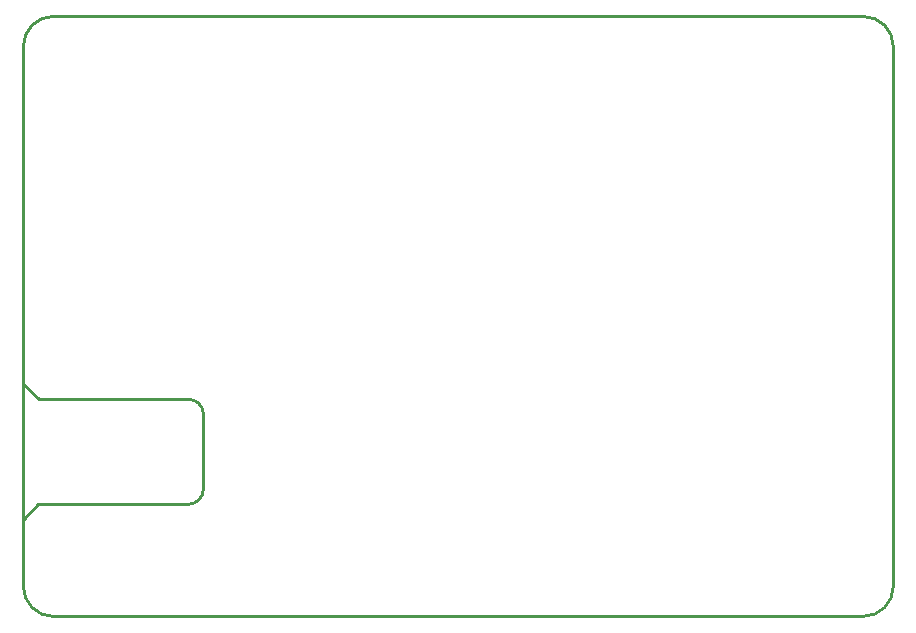
<source format=gko>
G04*
G04 #@! TF.GenerationSoftware,Altium Limited,Altium Designer,24.0.1 (36)*
G04*
G04 Layer_Color=16711935*
%FSLAX44Y44*%
%MOMM*%
G71*
G04*
G04 #@! TF.SameCoordinates,516FB9ED-FB34-4965-85CA-DC03E0874189*
G04*
G04*
G04 #@! TF.FilePolarity,Positive*
G04*
G01*
G75*
%ADD10C,0.2540*%
D10*
X368300Y120650D02*
G03*
X342900Y146050I-25400J0D01*
G01*
Y-361950D02*
G03*
X368300Y-336550I0J25400D01*
G01*
X-342900Y146050D02*
G03*
X-368300Y120650I0J-25400D01*
G01*
Y-336550D02*
G03*
X-342900Y-361950I25400J0D01*
G01*
X-215900Y-190500D02*
G03*
X-228600Y-178100I-12550J-150D01*
G01*
Y-267000D02*
G03*
X-215900Y-254000I-150J12850D01*
G01*
X-342900Y-361950D02*
X342900D01*
X-342900Y146050D02*
X342900D01*
X368300Y-336550D02*
Y120650D01*
X-368300Y-336550D02*
Y120650D01*
Y-165100D02*
X-355300Y-178100D01*
X-368000Y-279400D02*
X-355600Y-267000D01*
X-368300Y-279400D02*
X-368000D01*
X-355300Y-178100D02*
X-342600D01*
X-228600D01*
X-355600Y-267000D02*
X-228600D01*
X-215900Y-254000D02*
Y-190500D01*
M02*

</source>
